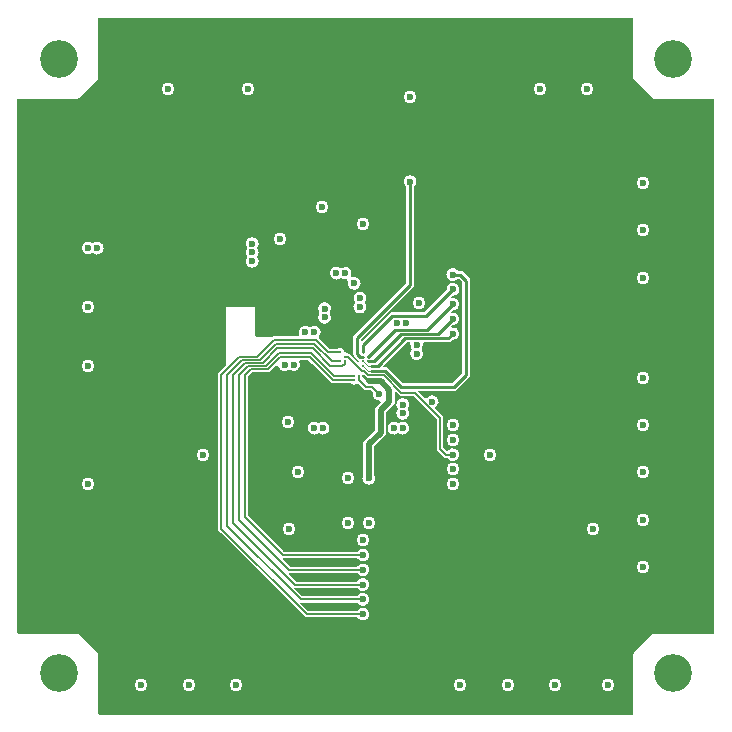
<source format=gbl>
G04 ================== begin FILE IDENTIFICATION RECORD ==================*
G04 Layout Name:  BD71815GW_v4.brd*
G04 Film Name:    57537-BD71815GW_v4.gbl*
G04 File Format:  Gerber RS274X*
G04 File Origin:  Cadence Allegro 16.6-S012*
G04 Origin Date:  Tue Feb 02 09:15:57 2016*
G04 *
G04 Layer:  VIA CLASS/BOTTOM*
G04 Layer:  PIN/BOTTOM*
G04 Layer:  ETCH/BOTTOM*
G04 *
G04 Offset:    (0.0000 0.0000)*
G04 Mirror:    No*
G04 Mode:      Positive*
G04 Rotation:  0*
G04 FullContactRelief:  No*
G04 UndefLineWidth:     0.0000*
G04 ================== end FILE IDENTIFICATION RECORD ====================*
%FSLAX25Y25*MOMM*%
%IR0*IPPOS*OFA0.00000B0.00000*MIA0B0*SFA1.00000B1.00000*%
%ADD11C,.6*%
%ADD12C,.275*%
%ADD10C,3.2*%
%ADD13C,.1*%
%ADD14C,.5*%
%ADD15C,.25*%
%ADD16C,.127*%
%ADD17C,1.1004*%
G75*
%LPD*%
G75*
G36*
G01X735020Y55090D02*
Y564120D01*
G03X733530Y567710I-5080J-4D01*
G01X567710Y733530D01*
G03X564120Y735020I-3594J-3590D01*
G01X55090D01*
G02X50010Y740100I0J5080D01*
G01Y5259900D01*
G02X55090Y5264980I5080J0D01*
G01X564120D01*
G03X567710Y5266470I-4J5080D01*
G01X733530Y5432290D01*
G03X735020Y5435880I-3590J3594D01*
G01Y5944910D01*
G02X740100Y5949990I5080J0D01*
G01X5259900D01*
G02X5264980Y5944910I0J-5080D01*
G01Y5435880D01*
G03X5266470Y5432290I5080J4D01*
G01X5432290Y5266470D01*
G03X5435880Y5264980I3594J3590D01*
G01X5944910D01*
G02X5949990Y5259900I0J-5080D01*
G01Y740100D01*
G02X5944910Y735020I-5080J0D01*
G01X5435880D01*
G03X5432290Y733530I4J-5080D01*
G01X5266470Y567710D01*
G03X5264980Y564120I3590J-3594D01*
G01Y55090D01*
G02X5259900Y50010I-5080J0D01*
G01X740100D01*
G02X735020Y55090I0J5080D01*
G37*
%LPC*%
G75*
G36*
G01X684330Y3957000D02*
G02Y4043000I-34330J43000D01*
G03X690670I3170J3966D01*
G02Y3957000I34330J-43000D01*
G03X684330I-3170J-3966D01*
G37*
G36*
G01X2080500Y3996830D02*
G02Y3928170I-43000J-34330D01*
G03Y3921830I3966J-3170D01*
G02X1994500I-43000J-34330D01*
G03Y3928170I-3966J3170D01*
G02Y3996830I43000J34330D01*
G03Y4003170I-3966J3170D01*
G02X2080500I43000J34330D01*
G03Y3996830I3966J-3170D01*
G37*
G36*
G01X2907000Y3540670D02*
G02X2993000I43000J34330D01*
G03Y3534330I3966J-3170D01*
G02X2907000I-43000J-34330D01*
G03Y3540670I-3966J3170D01*
G37*
G36*
G01X2607000Y3453170D02*
G02X2693000I43000J34330D01*
G03Y3446830I3966J-3170D01*
G02X2607000I-43000J-34330D01*
G03Y3453170I-3966J3170D01*
G37*
G36*
G01X3269500Y2640670D02*
G02X3355500I43000J34330D01*
G03Y2634330I3966J-3170D01*
G02X3269500I-43000J-34330D01*
G03Y2640670I-3966J3170D01*
G37*
G36*
G01X3278170Y2518000D02*
G02Y2432000I34330J-43000D01*
G03X3271830I-3170J-3966D01*
G02Y2518000I-34330J43000D01*
G03X3278170I3170J3966D01*
G37*
G36*
G01X2603170D02*
G02Y2432000I34330J-43000D01*
G03X2596830I-3170J-3966D01*
G02Y2518000I-34330J43000D01*
G03X2603170I3170J3966D01*
G37*
G36*
G01X2877600Y3750260D02*
G02X2848800Y3720160I22398J-50259D01*
G01X2849320Y3721480D01*
X2848860Y3724250D01*
X2841170Y3733220D01*
X2838500Y3734100D01*
X2837120Y3733790D01*
G02X2790640Y3744480I-12116J53710D01*
G03X2784300I-3170J-3971D01*
G02Y3830520I-34300J43020D01*
G03X2790640I3170J3971D01*
G02X2875000Y3810560I34362J-43022D01*
G01Y3764440D01*
G02X2871270Y3757650I-50005J23050D01*
G03X2877600Y3750260I4268J-2750D01*
G37*
G36*
G01X2513030Y926370D02*
X2923790D01*
G03X2928110Y928790I-7J5079D01*
G02Y871210I46890J-28790D01*
G03X2923790Y873630I-4327J-2659D01*
G01X2491180D01*
G02X2487590Y875120I4J5079D01*
G01X1750120Y1612590D01*
G02X1748630Y1616180I3589J3594D01*
G01Y2933820D01*
G02X1750120Y2937410I5079J-4D01*
G01X1811010Y2998300D01*
G03X1812500Y3001900I-3591J3594D01*
G01Y3494920D01*
G02X1817580Y3500000I5080J0D01*
G01X2057420D01*
G02X2062500Y3494920I0J-5080D01*
G01Y3255080D01*
G03X2067580Y3250000I5080J0D01*
G01X2211620D01*
X2213480Y3250770D01*
X2214080Y3251370D01*
X2427720D01*
G03X2431970Y3253660I4J5082D01*
G01X2437330Y3261850D01*
X2437550Y3264390D01*
X2437040Y3265580D01*
G02X2521830Y3330500I50464J21922D01*
G03X2528170I3170J3966D01*
G02X2602100Y3249300I34339J-42991D01*
G01X2601400Y3248580D01*
X2600670Y3246740D01*
X2600740Y3238610D01*
G03X2602230Y3235060I5081J45D01*
G01X2689430Y3147860D01*
G03X2693030Y3146370I3594J3591D01*
G01X2749440D01*
G03X2752980Y3147810I-3J5078D01*
G02X2818450Y3124940I27016J-27808D01*
G03X2819900Y3122000I5038J657D01*
G01X2822000Y3119900D01*
G03X2824940Y3118450I3597J3588D01*
G02X2847020Y3107810I-4928J-38456D01*
G01X2847730Y3107120D01*
X2849570Y3106370D01*
X2853820D01*
G02X2857410Y3104880I-4J-5079D01*
G01X2933170Y3029130D01*
G03X2940350I3590J3590D01*
G01X2941230Y3030000D01*
X2941970Y3032340D01*
X2941770Y3033560D01*
G02X2941350Y3043010I38231J6433D01*
G01X2941430Y3044120D01*
X2940670Y3046200D01*
X2896830Y3090040D01*
G02X2895340Y3093630I3590J3594D01*
G01Y3251730D01*
G02X2896830Y3255320I5080J-4D01*
G01X3340990Y3699480D01*
G03X3342480Y3703070I-3590J3594D01*
G01Y4515610D01*
G03X3340580Y4519580I-5081J8D01*
G02X3409420I34420J42920D01*
G03X3407520Y4515610I3181J-3962D01*
G01Y3676130D01*
G02X3406030Y3672540I-5080J4D01*
G01X2961870Y3228380D01*
G03X2960380Y3224790I3590J-3594D01*
G01Y3218620D01*
G03X2963520Y3213930I5080J5D01*
G01X2964940Y3213340D01*
X2967950Y3213940D01*
X3210040Y3456030D01*
G02X3213630Y3457520I3594J-3590D01*
G01X3496930D01*
G03X3500520Y3459010I-4J5080D01*
G01X3682170Y3640660D01*
X3682940Y3642840D01*
X3682810Y3643990D01*
G02X3731490Y3595310I54690J6010D01*
G01X3730340Y3595440D01*
X3728160Y3594670D01*
X3720720Y3587230D01*
G03Y3580040I3589J-3595D01*
G01X3721640Y3579120D01*
X3724150Y3578390D01*
X3725420Y3578680D01*
G02X3731490Y3470310I12078J-53678D01*
G01X3730340Y3470440D01*
X3728160Y3469670D01*
X3720720Y3462230D01*
G03Y3455040I3589J-3595D01*
G01X3721640Y3454120D01*
X3724150Y3453390D01*
X3725420Y3453680D01*
G02X3731490Y3345310I12078J-53678D01*
G01X3730340Y3345440D01*
X3728160Y3344670D01*
X3720720Y3337230D01*
G03Y3330040I3589J-3595D01*
G01X3721640Y3329120D01*
X3724150Y3328390D01*
X3725420Y3328680D01*
G02X3731490Y3220310I12078J-53678D01*
G01X3730340Y3220440D01*
X3728160Y3219670D01*
X3712460Y3203970D01*
G02X3708870Y3202480I-3594J3590D01*
G01X3494000D01*
G03X3490090Y3200630I10J-5078D01*
G01X3484370Y3193710D01*
X3483810Y3191520D01*
X3484030Y3190400D01*
G02X3473000Y3145670I-54029J-10402D01*
G03Y3139330I3966J-3170D01*
G02X3387000I-43000J-34330D01*
G03Y3145670I-3966J3170D01*
G02X3375970Y3190400I42999J34328D01*
G01X3376190Y3191520D01*
X3375630Y3193710D01*
X3369910Y3200630D01*
G03X3366000Y3202480I-3920J-3228D01*
G01X3350570D01*
G03X3346980Y3200990I4J-5080D01*
G01X3147180Y3001190D01*
G03X3146070Y2995650I3586J-3600D01*
G01X3146660Y2994230D01*
X3149220Y2992520D01*
X3176370D01*
G02X3179960Y2991030I-4J-5080D01*
G01X3311980Y2859010D01*
G03X3315570Y2857520I3594J3590D01*
G01X3734430D01*
G03X3738020Y2859010I-4J5080D01*
G01X3815990Y2936980D01*
G03X3817480Y2940570I-3590J3594D01*
G01Y3709430D01*
G03X3815990Y3713020I-5080J-4D01*
G01X3788020Y3740990D01*
G03X3784430Y3742480I-3594J-3590D01*
G01X3783230D01*
X3781150Y3741480D01*
X3780420Y3740580D01*
G02Y3809420I-42920J34420D01*
G03X3784390Y3807520I3962J3181D01*
G01X3811370D01*
G02X3814960Y3806030I-4J-5080D01*
G01X3881030Y3739960D01*
G02X3882520Y3736370I-3590J-3594D01*
G01Y2913630D01*
G02X3881030Y2910040I-5080J4D01*
G01X3764960Y2793970D01*
G02X3761370Y2792480I-3594J3590D01*
G01X3447070D01*
G03X3442370Y2789340I-5J-5081D01*
G01X3441790Y2787920D01*
X3442390Y2784910D01*
X3500000Y2727290D01*
G03X3504170Y2725840I3588J3596D01*
G01X3513230Y2726870D01*
X3515190Y2728120D01*
X3515810Y2729100D01*
G02X3591600Y2653310I46690J-29100D01*
G01X3590620Y2652690D01*
X3589370Y2650730D01*
X3588340Y2641670D01*
G03X3589790Y2637500I5046J-582D01*
G01X3649880Y2577410D01*
G02X3651370Y2573820I-3589J-3594D01*
G01Y2313030D01*
G03X3652860Y2309430I5081J-6D01*
G01X3679130Y2283170D01*
G03X3683020Y2281690I3592J3588D01*
G01X3691690Y2282200D01*
X3693610Y2283200D01*
X3694290Y2284060D01*
G02X3690610Y2221210I43209J-34063D01*
G03X3686290Y2223630I-4327J-2659D01*
G01X3666180D01*
G02X3662590Y2225120I4J5079D01*
G01X3600120Y2287590D01*
G02X3598630Y2291180I3589J3594D01*
G01Y2551970D01*
G03X3597140Y2555570I-5081J6D01*
G01X3405570Y2747140D01*
G03X3401970Y2748630I-3594J-3591D01*
G01X3291180D01*
G02X3287590Y2750120I4J5079D01*
G01X3253690Y2784020D01*
G03X3248150Y2785120I-3592J-3591D01*
G01X3246730Y2784540D01*
X3245020Y2781980D01*
Y2683460D01*
G02X3243530Y2679860I-5080J-6D01*
G01X3171510Y2607840D01*
G03X3170020Y2604250I3590J-3594D01*
G01Y2420960D01*
G02X3168530Y2417360I-5080J-6D01*
G01X3071510Y2320340D01*
G03X3070020Y2316750I3590J-3594D01*
G01Y2083200D01*
G03X3070870Y2080390I5079J3D01*
G02X2979130I-45870J-30390D01*
G03X2979980Y2083200I-4229J2813D01*
G01Y2354040D01*
G02X2981470Y2357640I5080J6D01*
G01X3078490Y2454660D01*
G03X3079980Y2458250I-3590J3594D01*
G01Y2641540D01*
G02X3081470Y2645140I5080J6D01*
G01X3126870Y2690530D01*
G03X3127850Y2696330I-3597J3590D01*
G01X3123000Y2706430D01*
X3120170Y2707990D01*
X3118560Y2707810D01*
G02X3058990Y2775290I-6057J54686D01*
G01X3059300Y2776590D01*
X3058580Y2779130D01*
X3040570Y2797140D01*
G03X3036970Y2798630I-3594J-3591D01*
G01X2991180D01*
G02X2987590Y2800120I4J5079D01*
G01X2936360Y2851350D01*
G03X2932740Y2852840I-3595J-3591D01*
G01X2929690Y2852830D01*
G03X2926270Y2851480I29J-5079D01*
G02X2872980Y2852190I-26270J28518D01*
G03X2869440Y2853630I-3543J-3638D01*
G01X2711180D01*
G02X2707590Y2855120I4J5079D01*
G01X2515570Y3047140D01*
G03X2511970Y3048630I-3594J-3591D01*
G01X2447280D01*
G03X2443030Y3046340I-4J-5082D01*
G01X2437670Y3038150D01*
X2437450Y3035610D01*
X2437960Y3034420D01*
G02X2353170Y2969500I-50464J-21922D01*
G03X2346830I-3170J-3966D01*
G02X2258970Y2999780I-34329J42998D01*
G01X2258650Y3001120D01*
X2256740Y3003110D01*
X2246880Y3005910D01*
G03X2241900Y3004610I-1383J-4890D01*
G01X2187410Y2950120D01*
G02X2183820Y2948630I-3594J3589D01*
G01X2038030D01*
G03X2034430Y2947140I-6J-5081D01*
G01X2002860Y2915570D01*
G03X2001370Y2911970I3591J-3594D01*
G01Y1738030D01*
G03X2002860Y1734430I5081J-6D01*
G01X2309430Y1427860D01*
G03X2313030Y1426370I3594J3591D01*
G01X2923790D01*
G03X2928110Y1428790I-7J5079D01*
G02Y1371210I46890J-28790D01*
G03X2923790Y1373630I-4327J-2659D01*
G01X2300920D01*
G03X2296220Y1370490I-5J-5081D01*
G01X2295640Y1369070D01*
X2296240Y1366060D01*
X2359430Y1302860D01*
G03X2363030Y1301370I3594J3591D01*
G01X2923790D01*
G03X2928110Y1303790I-7J5079D01*
G02Y1246210I46890J-28790D01*
G03X2923790Y1248630I-4327J-2659D01*
G01X2350920D01*
G03X2346220Y1245490I-5J-5081D01*
G01X2345640Y1244070D01*
X2346240Y1241060D01*
X2409430Y1177860D01*
G03X2413030Y1176370I3594J3591D01*
G01X2923790D01*
G03X2928110Y1178790I-7J5079D01*
G02Y1121210I46890J-28790D01*
G03X2923790Y1123630I-4327J-2659D01*
G01X2400920D01*
G03X2396220Y1120490I-5J-5081D01*
G01X2395640Y1119070D01*
X2396240Y1116060D01*
X2459430Y1052860D01*
G03X2463030Y1051370I3594J3591D01*
G01X2923790D01*
G03X2928110Y1053790I-7J5079D01*
G02Y996210I46890J-28790D01*
G03X2923790Y998630I-4327J-2659D01*
G01X2450920D01*
G03X2446220Y995490I-5J-5081D01*
G01X2445640Y994070D01*
X2446240Y991060D01*
X2509430Y927860D01*
G03X2513030Y926370I3594J3591D01*
G37*
G54D17*
X650000Y2000000D03*
Y3000000D03*
Y3500000D03*
X1500000Y300000D03*
X1100000D03*
X1325000Y5350000D03*
X1900000Y300000D03*
X1625000Y2250000D03*
X2000000Y5350000D03*
X2350000Y1625000D03*
X2425000Y2100000D03*
X2337500Y2525000D03*
X2275000Y4075000D03*
X2625000Y4350000D03*
X2975000Y1525000D03*
X3025000Y1675000D03*
X2850000D03*
Y2050000D03*
X2975000Y4200000D03*
X3737500Y2125000D03*
Y2000000D03*
Y2375000D03*
Y2500000D03*
X3450000Y3537500D03*
X3375000Y5275000D03*
X3800000Y300000D03*
X4200000D03*
X4050000Y2250000D03*
X4600000Y300000D03*
X4475000Y5350000D03*
X5050000Y300000D03*
X5350000Y1300000D03*
X4925000Y1625000D03*
X5350000Y1700000D03*
Y2500000D03*
Y2100000D03*
Y2900000D03*
Y3750000D03*
Y4150000D03*
Y4550000D03*
X4875000Y5350000D03*
%LPD*%
G75*
G54D10*
X400000Y400000D03*
Y5600000D03*
X5600000Y400000D03*
Y5600000D03*
G54D11*
X950000Y825000D03*
X850000D03*
Y1125000D03*
X950000D03*
X850000Y1025000D03*
X950000D03*
Y925000D03*
X850000D03*
X950000Y2075000D03*
X850000D03*
X950000Y2175000D03*
X850000D03*
X950000Y2275000D03*
X850000D03*
X650000Y2000000D03*
X850000Y2925000D03*
X950000D03*
X850000Y2825000D03*
X950000D03*
X850000Y2725000D03*
X950000D03*
X650000Y3000000D03*
X850000Y3575000D03*
X950000D03*
X850000Y3425000D03*
X950000D03*
X850000Y3325000D03*
X950000D03*
X850000Y3225000D03*
X950000D03*
X850000Y3125000D03*
X950000D03*
X650000Y3500000D03*
X725000Y4000000D03*
X650000D03*
X850000Y3775000D03*
X950000D03*
X850000Y3675000D03*
X950000D03*
X850000Y5250000D03*
X950000D03*
Y5150000D03*
Y5050000D03*
Y4950000D03*
Y4850000D03*
X850000D03*
Y4950000D03*
Y5050000D03*
Y5150000D03*
X1100000Y300000D03*
X1500000D03*
X1450000Y825000D03*
X1150000D03*
X1350000D03*
X1250000D03*
X1050000D03*
X1250000Y1125000D03*
X1350000Y1025000D03*
X1250000D03*
X1350000Y1125000D03*
X1450000D03*
Y1025000D03*
X1050000Y1125000D03*
X1150000D03*
X1050000Y1025000D03*
X1150000D03*
X1450000Y925000D03*
X1250000D03*
X1350000D03*
X1150000D03*
X1050000D03*
X1062500Y1575000D03*
X987500D03*
X1050000Y2175000D03*
X1150000Y2275000D03*
X1050000D03*
X1250000Y2925000D03*
Y2825000D03*
X1050000Y2925000D03*
X1150000D03*
X1050000Y2825000D03*
X1150000D03*
X1250000Y2725000D03*
X1050000D03*
X1150000D03*
X1250000Y3575000D03*
X1050000D03*
X1150000D03*
X1250000Y3425000D03*
Y3325000D03*
X1050000Y3425000D03*
X1150000D03*
X1050000Y3325000D03*
X1150000D03*
X1250000Y3225000D03*
Y3125000D03*
X1050000Y3225000D03*
X1150000D03*
X1050000Y3125000D03*
X1150000D03*
X1050000Y3775000D03*
Y3675000D03*
X1150000D03*
X1400000Y5250000D03*
X1500000D03*
X1250000D03*
X1050000D03*
X1150000D03*
X1400000Y5150000D03*
Y5050000D03*
X1500000D03*
Y5150000D03*
X1400000Y4950000D03*
Y4850000D03*
X1500000D03*
Y4950000D03*
X1250000Y4850000D03*
Y4950000D03*
Y5050000D03*
Y5150000D03*
X1150000D03*
Y5050000D03*
Y4950000D03*
Y4850000D03*
X1050000D03*
Y4950000D03*
Y5050000D03*
Y5150000D03*
X1325000Y5350000D03*
X1900000Y300000D03*
X1850000Y825000D03*
X1950000D03*
X2050000D03*
X1750000D03*
X1650000D03*
X1550000D03*
X1950000Y1125000D03*
Y1025000D03*
X1850000Y1125000D03*
Y1025000D03*
X1650000D03*
X1550000D03*
X1650000Y1125000D03*
X1550000D03*
X1750000Y1025000D03*
Y1125000D03*
X1850000Y925000D03*
X1950000D03*
X2050000Y1025000D03*
Y1125000D03*
Y925000D03*
X1750000D03*
X1650000D03*
X1550000D03*
X1625000Y2250000D03*
X2037500Y4037500D03*
Y3887500D03*
Y3962500D03*
X1900000Y5250000D03*
X2000000D03*
X1800000D03*
X1600000D03*
X1700000D03*
X1900000Y5150000D03*
Y5050000D03*
X2000000D03*
Y5150000D03*
X1900000Y4950000D03*
Y4850000D03*
X2000000D03*
Y4950000D03*
X1800000Y5150000D03*
Y5050000D03*
X1600000Y5150000D03*
Y5050000D03*
X1700000D03*
Y5150000D03*
X1800000Y4950000D03*
Y4850000D03*
X1600000Y4950000D03*
Y4850000D03*
X1700000D03*
Y4950000D03*
X2000000Y5350000D03*
X2150000Y825000D03*
Y1025000D03*
Y1125000D03*
Y925000D03*
X2350000Y1625000D03*
X2337500Y2525000D03*
X2425000Y2100000D03*
X2562500Y2475000D03*
X2337500Y2625000D03*
Y2700000D03*
X2312500Y3012500D03*
X2387500D03*
X2562500Y3287500D03*
X2487500D03*
X2237500Y3537500D03*
Y3612500D03*
X2275000Y4075000D03*
X2625000Y4350000D03*
X2100000Y5250000D03*
X2200000D03*
X2300000D03*
X2100000Y5150000D03*
Y5050000D03*
X2200000D03*
Y5150000D03*
X2300000D03*
Y5050000D03*
X2100000Y4950000D03*
Y4850000D03*
X2200000D03*
Y4950000D03*
X2300000D03*
Y4850000D03*
X2975000Y1400000D03*
Y1275000D03*
Y900000D03*
Y1150000D03*
Y1025000D03*
Y1525000D03*
X2850000Y1675000D03*
X3025000D03*
X2850000Y2050000D03*
X3025000D03*
X2825000Y2475000D03*
X2900000D03*
X2975000D03*
X3050000D03*
X2637500D03*
X3112500Y2762500D03*
X2650000Y3412500D03*
Y3487500D03*
X2950000Y3575000D03*
Y3500000D03*
X2750000Y3787500D03*
X2975000Y3987500D03*
Y4062500D03*
X2825000Y3787500D03*
X2975000Y4200000D03*
X2900000Y3700000D03*
X3500000Y825000D03*
X3600000D03*
X3700000D03*
X3400000D03*
X3700000Y925000D03*
X3600000D03*
X3500000D03*
X3400000D03*
X3700000Y1025000D03*
X3600000D03*
X3500000D03*
X3400000D03*
X3700000Y1125000D03*
X3600000D03*
X3500000D03*
X3400000D03*
X3700000Y1225000D03*
X3600000D03*
X3500000D03*
X3400000D03*
X3700000Y1325000D03*
X3600000D03*
X3500000D03*
X3400000D03*
X3700000Y1425000D03*
X3600000D03*
X3500000D03*
X3400000D03*
X3700000Y1825000D03*
X3600000D03*
X3500000D03*
X3400000D03*
X3700000Y1725000D03*
X3600000D03*
X3500000D03*
X3400000D03*
X3700000Y1525000D03*
X3600000D03*
X3500000D03*
X3400000D03*
X3700000Y1625000D03*
X3600000D03*
X3500000D03*
X3400000D03*
X3737500Y2250000D03*
Y2000000D03*
Y2375000D03*
Y2500000D03*
Y2125000D03*
X3237500Y2475000D03*
X3312500D03*
X3425000Y2887500D03*
X3437500Y2675000D03*
X3425000Y2962500D03*
X3562500Y2700000D03*
X3312500Y2675000D03*
Y2600000D03*
X3337500Y3487500D03*
X3262500D03*
X3450000Y3537500D03*
X3737500Y3525000D03*
Y3400000D03*
Y3275000D03*
Y3650000D03*
X3337500Y3362500D03*
X3430000Y3105000D03*
Y3180000D03*
X3262500Y3362500D03*
X3737500Y3775000D03*
X3375000Y4562500D03*
Y5275000D03*
X4200000Y300000D03*
X3800000D03*
X4225000Y1800000D03*
Y1900000D03*
X4050000Y2250000D03*
X4225000Y2600000D03*
X4062500Y3587500D03*
Y3462500D03*
Y3337500D03*
Y3837500D03*
Y3712500D03*
X4075000Y4250000D03*
X4175000D03*
X4275000D03*
Y4350000D03*
X4175000D03*
X4075000D03*
X4275000Y4450000D03*
X4175000D03*
X4075000D03*
X4275000Y4550000D03*
X4175000D03*
X4075000D03*
X4275000Y4650000D03*
X4175000D03*
X4075000D03*
X4275000Y4750000D03*
X4175000D03*
X4075000D03*
X4275000Y4850000D03*
X4175000D03*
X4075000D03*
X4275000Y4950000D03*
X4175000D03*
X4075000D03*
X4275000Y5050000D03*
X4175000D03*
X4075000D03*
X4275000Y5150000D03*
X4175000D03*
X4075000D03*
X4275000Y5250000D03*
X4175000D03*
X4075000D03*
X4600000Y300000D03*
X4625000Y1800000D03*
X4525000D03*
X4425000D03*
X4325000D03*
X4525000Y1900000D03*
X4425000D03*
X4325000D03*
X4825000Y2400000D03*
Y2300000D03*
X4325000Y2700000D03*
X4625000Y2600000D03*
X4525000D03*
X4425000D03*
X4325000D03*
X4725000Y2700000D03*
X4625000D03*
X4525000D03*
X4425000D03*
X4825000Y2800000D03*
X4725000D03*
X4625000D03*
X4525000D03*
X4425000D03*
X4600000Y3550000D03*
X4825000D03*
X4725000D03*
X4825000Y3650000D03*
X4725000D03*
Y3850000D03*
X4825000D03*
Y3950000D03*
X4375000Y4250000D03*
Y4350000D03*
Y4450000D03*
Y4550000D03*
Y4650000D03*
Y4750000D03*
X4575000Y4250000D03*
X4675000Y4350000D03*
X4575000D03*
X4775000Y4450000D03*
X4675000D03*
X4575000D03*
X4775000Y4550000D03*
X4675000D03*
X4575000D03*
X4775000Y4650000D03*
X4675000D03*
X4575000D03*
X4775000Y4750000D03*
X4675000D03*
X4575000D03*
X4375000Y4850000D03*
Y4950000D03*
Y5050000D03*
Y5150000D03*
Y5250000D03*
X4775000Y4850000D03*
X4675000D03*
X4575000D03*
X4775000Y4950000D03*
X4675000D03*
X4575000D03*
X4775000Y5050000D03*
X4675000D03*
X4575000D03*
X4775000Y5150000D03*
X4675000D03*
X4575000D03*
X4775000Y5250000D03*
X4675000D03*
X4575000D03*
X4475000Y5350000D03*
X5050000Y300000D03*
X5350000Y1300000D03*
X5325000Y1800000D03*
X5225000D03*
X5125000Y1900000D03*
X4925000Y1625000D03*
X5350000Y1700000D03*
X5325000Y2000000D03*
X5225000D03*
X5125000D03*
X5025000D03*
X5325000Y2400000D03*
Y2200000D03*
X5225000D03*
X5125000D03*
X5025000D03*
X4925000D03*
X5225000Y2400000D03*
X5125000D03*
X5025000D03*
X4925000D03*
X5125000Y2300000D03*
X5025000D03*
X4925000D03*
X5350000Y2100000D03*
Y2500000D03*
X5325000Y2600000D03*
Y2800000D03*
X5225000D03*
X5125000D03*
X5325000Y2700000D03*
X5225000D03*
X5125000D03*
X5025000D03*
X5225000Y2600000D03*
X5125000D03*
X5025000D03*
X4925000D03*
X5350000Y2900000D03*
X5225000Y3550000D03*
X5125000D03*
X5025000D03*
X4925000D03*
X5225000Y3650000D03*
X5125000D03*
X5025000D03*
X4925000D03*
Y4050000D03*
Y3850000D03*
Y3950000D03*
X5025000Y4050000D03*
X5125000D03*
X5225000D03*
X5325000D03*
X5025000Y3850000D03*
X5125000D03*
X5225000D03*
X5325000D03*
X5025000Y3950000D03*
X5125000D03*
X5225000D03*
X5325000D03*
X5350000Y4150000D03*
Y3750000D03*
X5025000Y4550000D03*
X5225000Y4650000D03*
X5125000D03*
X5025000D03*
Y4750000D03*
X5125000D03*
X5225000D03*
X5325000D03*
Y4250000D03*
X5225000D03*
X5125000D03*
X5025000D03*
X5325000Y4350000D03*
X5225000D03*
X5125000D03*
X5325000Y4450000D03*
X5225000D03*
X5350000Y4550000D03*
X5025000Y4850000D03*
X5125000D03*
X5225000D03*
X5325000D03*
X5025000Y4950000D03*
X5125000D03*
X5225000D03*
X5325000D03*
X5025000Y5050000D03*
X5125000D03*
X5225000D03*
X5325000D03*
X5025000Y5150000D03*
X5125000D03*
X5225000D03*
X5325000D03*
X5025000Y5250000D03*
X5125000D03*
X5225000D03*
X5325000D03*
X4875000Y5350000D03*
G54D12*
X2980000Y2920000D03*
X2900000Y2880000D03*
Y2920000D03*
X2820000Y3040000D03*
X2980000Y3000000D03*
X2780000Y3040000D03*
X2940000Y2920000D03*
X3020000Y3040000D03*
X2980000D03*
X2780000Y3120000D03*
X2820000Y3080000D03*
X2980000D03*
X3020000D03*
X2980000Y3120000D03*
G54D13*
G01Y3000000D02*
X3020000Y2960000D01*
X3040000D01*
G01X2980000Y3040000D02*
X3020000Y3000000D01*
X3040000D01*
G54D14*
G01X3025000Y2050000D02*
Y2337500D01*
X3125000Y2437500D01*
Y2625000D01*
X3200000Y2700000D01*
Y2800000D01*
X3125000Y2875000D01*
X3025000D01*
G54D15*
G01D02*
X2980000Y2920000D01*
G01X3040000Y2960000D02*
X3165000D01*
X3300000Y2825000D01*
X3750000D01*
X3850000Y2925000D01*
Y3725000D01*
X3800000Y3775000D01*
X3737500D01*
G01X3020000Y3040000D02*
X3065000D01*
X3295000Y3270000D01*
X3607500D01*
X3737500Y3400000D01*
G01X3040000Y3000000D02*
X3100000D01*
X3335000Y3235000D01*
X3697500D01*
X3737500Y3275000D01*
G01X3375000Y4562500D02*
Y3687500D01*
X2927860Y3240360D01*
Y3105000D01*
X2952860Y3080000D01*
X2980000D01*
G01X3020000D02*
X3245000Y3305000D01*
X3517500D01*
X3737500Y3525000D01*
G01X2980000Y3120000D02*
Y3180000D01*
X3225000Y3425000D01*
X3512500D01*
X3737500Y3650000D01*
G54D16*
G01X2900000Y2880000D02*
X2720000D01*
X2525000Y3075000D01*
X2275000D01*
X2175000Y2975000D01*
X2025000D01*
X1975000Y2925000D01*
Y1725000D01*
X2300000Y1400000D01*
X2975000D01*
G01Y1275000D02*
X2350000D01*
X1925000Y1700000D01*
Y2925000D01*
X2000000Y3000000D01*
X2150400D01*
X2262900Y3112500D01*
X2537500D01*
X2730000Y2920000D01*
X2900000D01*
G01X2780000Y3120000D02*
X2680000D01*
X2575000Y3225000D01*
X2225000D01*
X2075000Y3075000D01*
X1925000D01*
X1775000Y2925000D01*
Y1625000D01*
X2500000Y900000D01*
X2975000D01*
G01Y1150000D02*
X2400000D01*
X1875000Y1675000D01*
Y2925000D01*
X1975000Y3025000D01*
X2125000D01*
X2250000Y3150000D01*
X2550000D01*
X2700000Y3000000D01*
X2800000D01*
X2820000Y3020000D01*
Y3040000D01*
G01X2975000Y1025000D02*
X2450000D01*
X1825000Y1650000D01*
Y2925000D01*
X1950000Y3050000D01*
X2100310D01*
X2237810Y3187500D01*
X2562500D01*
X2710000Y3040000D01*
X2780000D01*
G01X3737500Y2250000D02*
X3675000D01*
X3625000Y2300000D01*
Y2565000D01*
X3415000Y2775000D01*
X3300000D01*
X3150000Y2925000D01*
X3020000D01*
X2985000Y2960000D01*
X2965000D01*
X2845000Y3080000D01*
X2820000D01*
G01X3112500Y2762500D02*
X3050000Y2825000D01*
X3000000D01*
X2940000Y2885000D01*
Y2920000D01*
M02*

</source>
